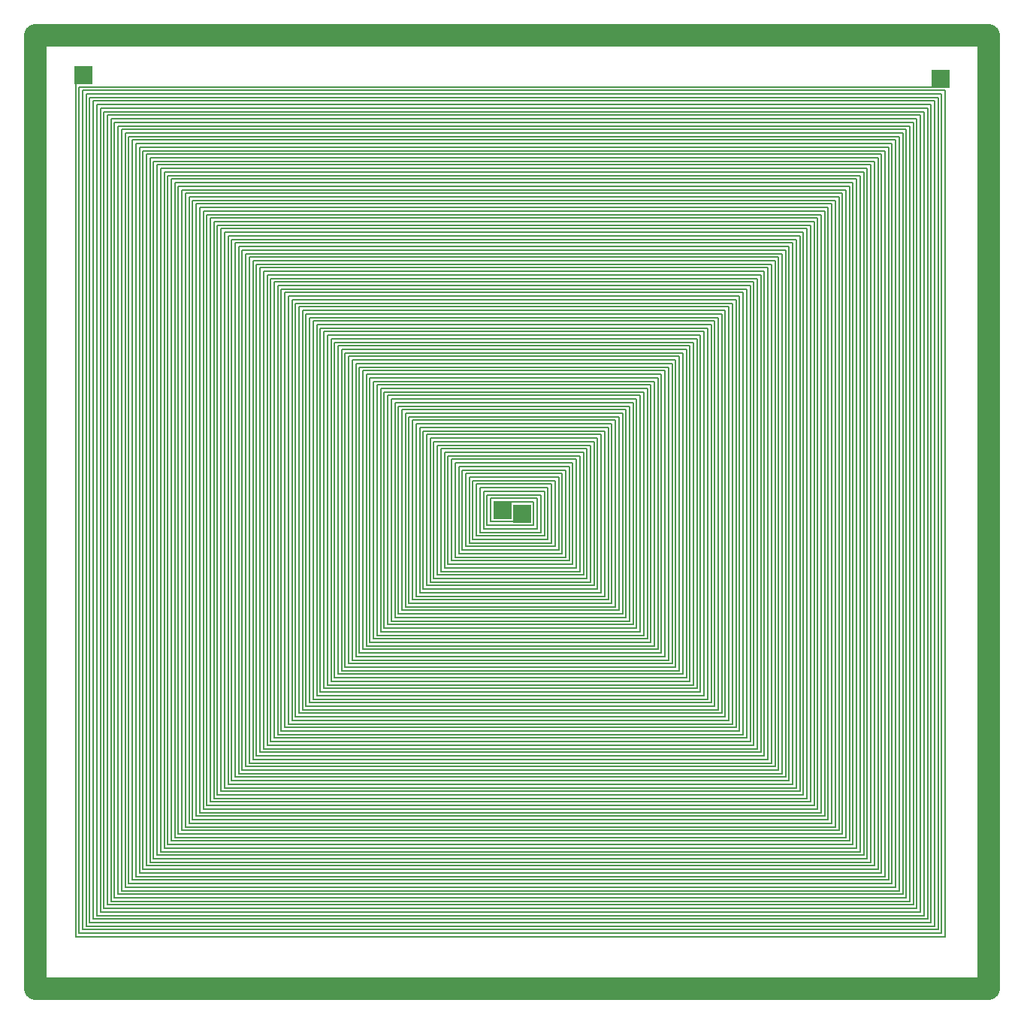
<source format=gbr>
G04 start of page 2 for group 0 idx 0 *
G04 Title: (unknown), component *
G04 Creator: pcb 1.99y *
G04 CreationDate: Mon Mar  9 18:38:31 2009 UTC *
G04 For: dj *
G04 Format: Gerber/RS-274X *
G04 PCB-Dimensions: 432850 432850 *
G04 PCB-Coordinate-Origin: lower left *
%MOIN*%
%FSLAX25Y25*%
%LNFRONT*%
%ADD11C,0.0079*%
%ADD12C,0.1000*%
%ADD13C,0.0200*%
%ADD14C,0.0300*%
G54D11*X203703Y208884D02*X227573D01*
X202129Y207310D02*X229147D01*
X200555Y205736D02*X230721D01*
X227573Y208884D02*Y222393D01*
X229147Y207310D02*Y223967D01*
X230721Y205736D02*Y225541D01*
X232295Y204162D02*Y227115D01*
X233869Y202588D02*Y228689D01*
X235443Y201014D02*Y230263D01*
X198981Y204162D02*X232295D01*
X197407Y202588D02*X233869D01*
X195833Y201014D02*X235443D01*
X194259Y199440D02*X237017D01*
X206851Y212032D02*Y222393D01*
X208425Y220819D02*X225999D01*
X205277Y210458D02*Y223967D01*
X206851Y222393D02*X227573D01*
X206851Y212032D02*X224425D01*
Y219245D01*
X205277Y210458D02*X225999D01*
Y220819D01*
X237017Y199440D02*Y231837D01*
X192685Y197866D02*X238591D01*
Y233411D01*
X191111Y196292D02*X240165D01*
Y234985D01*
X241739Y194718D02*Y236559D01*
X243313Y193144D02*Y238133D01*
X244887Y191570D02*Y239707D01*
X246461Y189996D02*Y241281D01*
X248035Y188422D02*Y242855D01*
X249609Y186848D02*Y244429D01*
X251183Y185274D02*Y246003D01*
X252757Y183700D02*Y247577D01*
X254331Y182126D02*Y249151D01*
X189537Y194718D02*X241739D01*
X187963Y193144D02*X243313D01*
X186389Y191570D02*X244887D01*
X184815Y189996D02*X246461D01*
X183241Y188422D02*X248035D01*
X181667Y186848D02*X249609D01*
X180093Y185274D02*X251183D01*
X178519Y183700D02*X252757D01*
X176945Y182126D02*X254331D01*
X175371Y180552D02*X255905D01*
X173797Y178978D02*X257479D01*
X172223Y177404D02*X259053D01*
X170649Y175830D02*X260627D01*
X169075Y174256D02*X262201D01*
X167501Y172682D02*X263775D01*
X165927Y171108D02*X265349D01*
X164353Y169534D02*X266923D01*
X162779Y167960D02*X268497D01*
X161205Y166386D02*X270071D01*
X159631Y164812D02*X271645D01*
X158057Y163238D02*X273219D01*
X156483Y161664D02*X274793D01*
X154909Y160090D02*X276367D01*
X153335Y158516D02*X277941D01*
X151761Y156942D02*X279515D01*
X150187Y155368D02*X281089D01*
X148613Y153794D02*X282663D01*
X147039Y152220D02*X284237D01*
X145465Y150646D02*X285811D01*
X143891Y149072D02*X287385D01*
X142317Y147498D02*X288959D01*
X140743Y145924D02*X290533D01*
X139169Y144350D02*X292107D01*
X137595Y142776D02*X293681D01*
X136021Y141202D02*X295255D01*
X134447Y139628D02*X296829D01*
X132873Y138054D02*X298403D01*
X131299Y136480D02*X299977D01*
X129725Y134906D02*X301551D01*
X128151Y133332D02*X303125D01*
X126577Y131758D02*X304699D01*
X125003Y130184D02*X306273D01*
X123429Y128610D02*X307847D01*
X121855Y127036D02*X309421D01*
X120281Y125462D02*X310995D01*
X118707Y123888D02*X312569D01*
X117133Y122314D02*X314143D01*
X115559Y120740D02*X315717D01*
X113985Y119166D02*X317291D01*
X255905Y180552D02*Y250725D01*
X257479Y178978D02*Y252299D01*
X259053Y177404D02*Y253873D01*
X260627Y175830D02*Y255447D01*
X262201Y174256D02*Y257021D01*
X263775Y172682D02*Y258595D01*
X265349Y171108D02*Y260169D01*
X266923Y169534D02*Y261743D01*
X268497Y167960D02*Y263317D01*
X270071Y166386D02*Y264891D01*
X271645Y164812D02*Y266465D01*
X273219Y163238D02*Y268039D01*
X274793Y161664D02*Y269613D01*
X276367Y160090D02*Y271187D01*
X277941Y158516D02*Y272761D01*
X279515Y156942D02*Y274335D01*
X281089Y155368D02*Y275909D01*
X282663Y153794D02*Y277483D01*
X284237Y152220D02*Y279057D01*
X285811Y150646D02*Y280631D01*
X287385Y149072D02*Y282205D01*
X288959Y147498D02*Y283779D01*
X290533Y145924D02*Y285353D01*
X292107Y144350D02*Y286927D01*
X293681Y142776D02*Y288501D01*
X295255Y141202D02*Y290075D01*
X296829Y139628D02*Y291649D01*
X298403Y138054D02*Y293223D01*
X299977Y136480D02*Y294797D01*
X301551Y134906D02*Y296371D01*
X303125Y133332D02*Y297945D01*
X304699Y131758D02*Y299519D01*
X306273Y130184D02*Y301093D01*
X307847Y128610D02*Y302667D01*
X309421Y127036D02*Y304241D01*
X310995Y125462D02*Y305815D01*
X312569Y123888D02*Y307389D01*
X314143Y122314D02*Y308963D01*
X315717Y120740D02*Y310537D01*
X195833Y233411D02*X238591D01*
X112411Y117592D02*X318865D01*
X110837Y116018D02*X320439D01*
X109263Y114444D02*X322013D01*
X107689Y112870D02*X323587D01*
X106115Y111296D02*X325161D01*
X104541Y109722D02*X326735D01*
X102967Y108148D02*X328309D01*
X101393Y106574D02*X329883D01*
X99819Y105000D02*X331457D01*
X98245Y103426D02*X333031D01*
X96671Y101852D02*X334605D01*
X95097Y100278D02*X336179D01*
X93523Y98704D02*X337753D01*
X91949Y97130D02*X339327D01*
X90375Y95556D02*X340901D01*
X88801Y93982D02*X342475D01*
X87227Y92408D02*X344049D01*
X85653Y90834D02*X345623D01*
X84079Y89260D02*X347197D01*
X82505Y87686D02*X348771D01*
X80931Y86112D02*X350345D01*
X79357Y84538D02*X351919D01*
X77783Y82964D02*X353493D01*
X76209Y81390D02*X355067D01*
X205277Y223967D02*X229147D01*
X203703Y225541D02*X230721D01*
X202129Y227115D02*X232295D01*
X200555Y228689D02*X233869D01*
X198981Y230263D02*X235443D01*
X197407Y231837D02*X237017D01*
X194259Y234985D02*X240165D01*
X192685Y236559D02*X241739D01*
X191111Y238133D02*X243313D01*
X189537Y239707D02*X244887D01*
X187963Y241281D02*X246461D01*
X186389Y242855D02*X248035D01*
X184815Y244429D02*X249609D01*
X183241Y246003D02*X251183D01*
X181667Y247577D02*X252757D01*
X180093Y249151D02*X254331D01*
X178519Y250725D02*X255905D01*
X176945Y252299D02*X257479D01*
X175371Y253873D02*X259053D01*
X317291Y119166D02*Y312111D01*
X318865Y117592D02*Y313685D01*
X320439Y116018D02*Y315259D01*
X322013Y114444D02*Y316833D01*
X323587Y112870D02*Y318407D01*
X325161Y111296D02*Y319981D01*
X326735Y109722D02*Y321555D01*
X328309Y108148D02*Y323129D01*
X329883Y106574D02*Y324703D01*
X331457Y105000D02*Y326277D01*
X333031Y103426D02*Y327851D01*
X334605Y101852D02*Y329425D01*
X336179Y100278D02*Y330999D01*
X337753Y98704D02*Y332573D01*
X339327Y97130D02*Y334147D01*
X340901Y95556D02*Y335721D01*
X342475Y93982D02*Y337295D01*
X344049Y92408D02*Y338869D01*
X345623Y90834D02*Y340443D01*
X347197Y89260D02*Y342017D01*
X348771Y87686D02*Y343591D01*
X350345Y86112D02*Y345165D01*
X351919Y84538D02*Y346739D01*
X353493Y82964D02*Y348313D01*
X355067Y81390D02*Y349887D01*
X356641Y79816D02*Y351461D01*
X358215Y78242D02*Y353035D01*
X359789Y76668D02*Y354609D01*
X361363Y75094D02*Y356183D01*
X362937Y73520D02*Y357757D01*
X364511Y71946D02*Y359331D01*
X366085Y70372D02*Y360905D01*
X367659Y68798D02*Y362479D01*
X369233Y67224D02*Y364053D01*
X370807Y65650D02*Y365627D01*
X372381Y64076D02*Y367201D01*
X373955Y62502D02*Y368775D01*
X375529Y60928D02*Y370349D01*
X377103Y59354D02*Y371923D01*
X378677Y57780D02*Y373497D01*
X380251Y56206D02*Y375071D01*
X381825Y54632D02*Y376645D01*
X383399Y53058D02*Y378219D01*
X384973Y51484D02*Y379793D01*
X386547Y49910D02*Y381367D01*
X388121Y48336D02*Y382941D01*
X189537Y194718D02*Y239707D01*
X187963Y193144D02*Y241281D01*
X186389Y191570D02*Y242855D01*
X184815Y189996D02*Y244429D01*
X183241Y188422D02*Y246003D01*
X181667Y186848D02*Y247577D01*
X180093Y185274D02*Y249151D01*
X178519Y183700D02*Y250725D01*
X176945Y182126D02*Y252299D01*
X175371Y180552D02*Y253873D01*
X173797Y178978D02*Y255447D01*
X172223Y177404D02*Y257021D01*
X170649Y175830D02*Y258595D01*
X203703Y208884D02*Y225541D01*
X202129Y207310D02*Y227115D01*
X200555Y205736D02*Y228689D01*
X198981Y204162D02*Y230263D01*
X197407Y202588D02*Y231837D01*
X195833Y201014D02*Y233411D01*
X194259Y199440D02*Y234985D01*
X192685Y197866D02*Y236559D01*
X191111Y196292D02*Y238133D01*
X74635Y79816D02*X356641D01*
X73061Y78242D02*X358215D01*
X71487Y76668D02*X359789D01*
X69913Y75094D02*X361363D01*
X68339Y73520D02*X362937D01*
X66765Y71946D02*X364511D01*
X65191Y70372D02*X366085D01*
X63617Y68798D02*X367659D01*
X62043Y67224D02*X369233D01*
X60469Y65650D02*X370807D01*
X58895Y64076D02*X372381D01*
X57321Y62502D02*X373955D01*
X55747Y60928D02*X375529D01*
X54173Y59354D02*X377103D01*
X52599Y57780D02*X378677D01*
X51025Y56206D02*X380251D01*
X49451Y54632D02*X381825D01*
X47877Y53058D02*X383399D01*
X46303Y51484D02*X384973D01*
X44729Y49910D02*X386547D01*
X43155Y48336D02*X388121D01*
X41581Y46762D02*X389695D01*
X40007Y45188D02*X391269D01*
X38433Y43614D02*X392843D01*
X36859Y42040D02*X394417D01*
X35285Y40466D02*X395991D01*
X33711Y38892D02*X397565D01*
X32137Y37318D02*X399139D01*
X30563Y35744D02*X400713D01*
X28989Y34170D02*X402287D01*
X27415Y32596D02*X403861D01*
X25841Y31022D02*X405435D01*
X24267Y29448D02*X407009D01*
X22693Y27874D02*X408583D01*
G54D12*X5000Y5000D02*X427850D01*
G54D11*X162779Y266465D02*X271645D01*
X161205Y268039D02*X273219D01*
X159631Y269613D02*X274793D01*
X158057Y271187D02*X276367D01*
X156483Y272761D02*X277941D01*
X154909Y274335D02*X279515D01*
X153335Y275909D02*X281089D01*
X151761Y277483D02*X282663D01*
X150187Y279057D02*X284237D01*
X148613Y280631D02*X285811D01*
X147039Y282205D02*X287385D01*
X145465Y283779D02*X288959D01*
X143891Y285353D02*X290533D01*
X142317Y286927D02*X292107D01*
X140743Y288501D02*X293681D01*
X139169Y290075D02*X295255D01*
G54D12*X5000Y427850D02*X427850D01*
G54D11*X173797Y255447D02*X260627D01*
X172223Y257021D02*X262201D01*
X170649Y258595D02*X263775D01*
X169075Y260169D02*X265349D01*
X167501Y261743D02*X266923D01*
X165927Y263317D02*X268497D01*
X164353Y264891D02*X270071D01*
X389695Y46762D02*Y384515D01*
X391269Y45188D02*Y386089D01*
X392843Y43614D02*Y387663D01*
X394417Y42040D02*Y389237D01*
X395991Y40466D02*Y390811D01*
X397565Y38892D02*Y392385D01*
X399139Y37318D02*Y393959D01*
X400713Y35744D02*Y395533D01*
X402287Y34170D02*Y397107D01*
X403861Y32596D02*Y398681D01*
X405435Y31022D02*Y400255D01*
X407009Y29448D02*Y401829D01*
X408583Y27874D02*Y403403D01*
G54D12*X427850Y5000D02*Y427850D01*
G54D11*X169075Y174256D02*Y260169D01*
X167501Y172682D02*Y261743D01*
X165927Y171108D02*Y263317D01*
X164353Y169534D02*Y264891D01*
X162779Y167960D02*Y266465D01*
X161205Y166386D02*Y268039D01*
X159631Y164812D02*Y269613D01*
X158057Y163238D02*Y271187D01*
X156483Y161664D02*Y272761D01*
X154909Y160090D02*Y274335D01*
X153335Y158516D02*Y275909D01*
X151761Y156942D02*Y277483D01*
X150187Y155368D02*Y279057D01*
X148613Y153794D02*Y280631D01*
X147039Y152220D02*Y282205D01*
X145465Y150646D02*Y283779D01*
X143891Y149072D02*Y285353D01*
X142317Y147498D02*Y286927D01*
X140743Y145924D02*Y288501D01*
X139169Y144350D02*Y290075D01*
X137595Y142776D02*Y291649D01*
X136021Y141202D02*Y293223D01*
X134447Y139628D02*Y294797D01*
X132873Y138054D02*Y296371D01*
X137595Y291649D02*X296829D01*
X136021Y293223D02*X298403D01*
X134447Y294797D02*X299977D01*
X132873Y296371D02*X301551D01*
X131299Y297945D02*X303125D01*
X129725Y299519D02*X304699D01*
X128151Y301093D02*X306273D01*
X126577Y302667D02*X307847D01*
X125003Y304241D02*X309421D01*
X123429Y305815D02*X310995D01*
X121855Y307389D02*X312569D01*
X120281Y308963D02*X314143D01*
X118707Y310537D02*X315717D01*
X117133Y312111D02*X317291D01*
X115559Y313685D02*X318865D01*
X113985Y315259D02*X320439D01*
X112411Y316833D02*X322013D01*
X110837Y318407D02*X323587D01*
X109263Y319981D02*X325161D01*
X107689Y321555D02*X326735D01*
X106115Y323129D02*X328309D01*
X104541Y324703D02*X329883D01*
X102967Y326277D02*X331457D01*
X101393Y327851D02*X333031D01*
X99819Y329425D02*X334605D01*
X131299Y136480D02*Y297945D01*
X129725Y134906D02*Y299519D01*
X128151Y133332D02*Y301093D01*
X126577Y131758D02*Y302667D01*
X125003Y130184D02*Y304241D01*
X123429Y128610D02*Y305815D01*
X121855Y127036D02*Y307389D01*
X120281Y125462D02*Y308963D01*
X118707Y123888D02*Y310537D01*
X117133Y122314D02*Y312111D01*
X115559Y120740D02*Y313685D01*
X113985Y119166D02*Y315259D01*
X112411Y117592D02*Y316833D01*
X110837Y116018D02*Y318407D01*
X109263Y114444D02*Y319981D01*
X107689Y112870D02*Y321555D01*
X106115Y111296D02*Y323129D01*
X104541Y109722D02*Y324703D01*
X102967Y108148D02*Y326277D01*
X101393Y106574D02*Y327851D01*
X99819Y105000D02*Y329425D01*
X98245Y103426D02*Y330999D01*
X96671Y101852D02*Y332573D01*
X95097Y100278D02*Y334147D01*
X98245Y330999D02*X336179D01*
X96671Y332573D02*X337753D01*
X95097Y334147D02*X339327D01*
X93523Y335721D02*X340901D01*
X91949Y337295D02*X342475D01*
X90375Y338869D02*X344049D01*
X88801Y340443D02*X345623D01*
X87227Y342017D02*X347197D01*
X85653Y343591D02*X348771D01*
X84079Y345165D02*X350345D01*
X82505Y346739D02*X351919D01*
X80931Y348313D02*X353493D01*
X79357Y349887D02*X355067D01*
X77783Y351461D02*X356641D01*
X76209Y353035D02*X358215D01*
X74635Y354609D02*X359789D01*
X73061Y356183D02*X361363D01*
X71487Y357757D02*X362937D01*
X69913Y359331D02*X364511D01*
X68339Y360905D02*X366085D01*
X66765Y362479D02*X367659D01*
X65191Y364053D02*X369233D01*
X63617Y365627D02*X370807D01*
X62043Y367201D02*X372381D01*
X60469Y368775D02*X373955D01*
X58895Y370349D02*X375529D01*
X57321Y371923D02*X377103D01*
X55747Y373497D02*X378677D01*
X54173Y375071D02*X380251D01*
X52599Y376645D02*X381825D01*
X51025Y378219D02*X383399D01*
X49451Y379793D02*X384973D01*
X47877Y381367D02*X386547D01*
X46303Y382941D02*X388121D01*
X44729Y384515D02*X389695D01*
X43155Y386089D02*X391269D01*
X41581Y387663D02*X392843D01*
X40007Y389237D02*X394417D01*
X38433Y390811D02*X395991D01*
X36859Y392385D02*X397565D01*
X35285Y393959D02*X399139D01*
X33711Y395533D02*X400713D01*
X32137Y397107D02*X402287D01*
X30563Y398681D02*X403861D01*
X28989Y400255D02*X405435D01*
X27415Y401829D02*X407009D01*
X25841Y403403D02*X408583D01*
X24267Y404977D02*X410157D01*
X93523Y98704D02*Y335721D01*
X91949Y97130D02*Y337295D01*
X90375Y95556D02*Y338869D01*
X88801Y93982D02*Y340443D01*
X87227Y92408D02*Y342017D01*
X85653Y90834D02*Y343591D01*
X84079Y89260D02*Y345165D01*
X82505Y87686D02*Y346739D01*
X80931Y86112D02*Y348313D01*
X79357Y84538D02*Y349887D01*
X77783Y82964D02*Y351461D01*
X76209Y81390D02*Y353035D01*
X74635Y79816D02*Y354609D01*
X73061Y78242D02*Y356183D01*
X71487Y76668D02*Y357757D01*
X69913Y75094D02*Y359331D01*
X68339Y73520D02*Y360905D01*
X66765Y71946D02*Y362479D01*
X65191Y70372D02*Y364053D01*
X63617Y68798D02*Y365627D01*
X62043Y67224D02*Y367201D01*
X60469Y65650D02*Y368775D01*
X58895Y64076D02*Y370349D01*
X57321Y62502D02*Y371923D01*
X55747Y60928D02*Y373497D01*
X54173Y59354D02*Y375071D01*
X52599Y57780D02*Y376645D01*
X51025Y56206D02*Y378219D01*
X49451Y54632D02*Y379793D01*
X47877Y53058D02*Y381367D01*
X46303Y51484D02*Y382941D01*
X44729Y49910D02*Y384515D01*
X43155Y48336D02*Y386089D01*
X41581Y46762D02*Y387663D01*
X40007Y45188D02*Y389237D01*
X38433Y43614D02*Y390811D01*
X36859Y42040D02*Y392385D01*
X35285Y40466D02*Y393959D01*
X33711Y38892D02*Y395533D01*
X32137Y37318D02*Y397107D01*
X30563Y35744D02*Y398681D01*
X28989Y34170D02*Y400255D01*
X27415Y32596D02*Y401829D01*
X25841Y31022D02*Y403403D01*
X24267Y29448D02*Y404977D01*
X22693Y27874D02*Y406551D01*
G54D12*X5000Y5000D02*Y427850D01*
G54D13*G36*
X208031Y221212D02*Y213212D01*
X216031D01*
Y221212D01*
X208031D01*
G37*
G36*
X216818Y219638D02*Y211638D01*
X224818D01*
Y219638D01*
X216818D01*
G37*
G36*
X22299Y414157D02*Y406157D01*
X30299D01*
Y414157D01*
X22299D01*
G37*
G36*
X402550Y412583D02*Y404583D01*
X410550D01*
Y412583D01*
X402550D01*
G37*
G54D14*M02*

</source>
